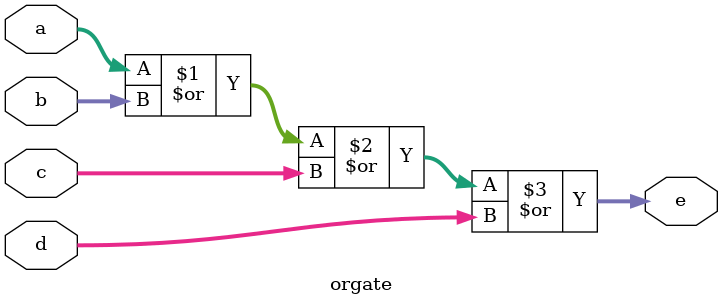
<source format=v>
`timescale 1ns / 1ps


module orgate
# (parameter WIDTH=8)
(
input [(WIDTH-1):0]a,
input [(WIDTH-1):0]b,
input [(WIDTH-1):0]c,
input [(WIDTH-1):0]d,
output [(WIDTH-1):0]e
   );
    assign e = a | b | c | d;
endmodule

</source>
